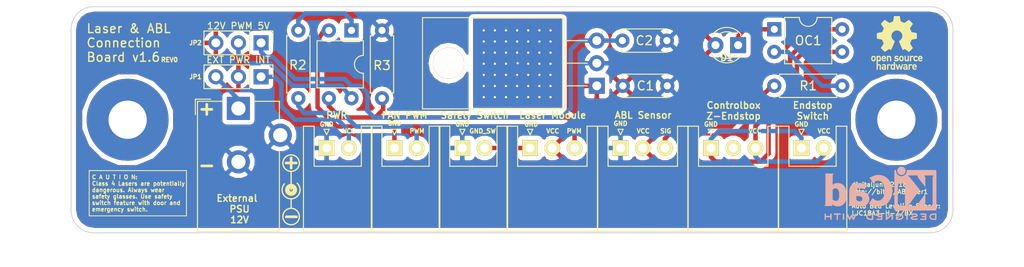
<source format=kicad_pcb>
(kicad_pcb (version 4) (host pcbnew 4.0.6)
  (title_block (title "ABL & Laser Connection Board") (date 2018-01-29) (rev 0) (company digitaljunk))
  (layers (0 F.Cu signal) (31 B.Cu signal) (34 B.Paste user) (35 F.Paste user) (36 B.SilkS user) (37 F.SilkS user) (38 B.Mask user) (39 F.Mask user) (44 Edge.Cuts user))
  (net 0 "")
  (net 1 "Net-(D1-Pad1)")
  (net 2 GND)
  (net 3 "Net-(OC1-Pad2)")
  (net 4 +12V)
  (net 5 +5V)
  (net 6 "Net-(JP2-Pad2)")
  (net 7 "Net-(OC2-Pad1)")
  (net 8 /PWM_OUT)
  (net 9 /ABL_SENS)
  (net 10 /GND_SW)
  (net 11 /INT_PWR)
  (net 12 /EXT_PWR)
  (net 13 /SIG)
  (net 14 /MCU_GND)
  (net 15 /FAN_PWMGND)
  (net 16 /FAN_PWM)
  (module Mounting_Holes:MountingHole_4.3mm_M4_DIN965_Pad (layer F.Cu) (at 200.66 110.49)
    (fp_text reference REF** hide)
    (fp_text value MountingHole_4.3mm_M4_DIN965_Pad)
    (pad 1 thru_hole circle (at 0 0) (size 9.2 9.2) (drill 4.3) (layers *.Cu *.Mask))
  )
  (module LEDs:LED_D3.0mm (layer F.Cu) (at 182.88 102.108 180)
    (fp_text reference D1 (at 1.27 -1.397 180) (layer F.SilkS) (effects (font (size 0.75 0.75))))
    (fp_text value LED)
    (pad 1 thru_hole rect (at 0 0 180) (size 1.8 1.8) (drill 0.9) (layers *.Cu *.Mask) (net 1 "Net-(D1-Pad1)"))
    (pad 2 thru_hole circle (at 2.54 0 180) (size 1.8 1.8) (drill 0.9) (layers *.Cu *.Mask) (net 4 +12V))
  )
  (module Housings_DIP:DIP-4_W7.62mm (layer F.Cu) (at 186.944 100.33)
    (fp_text reference OC1 (at 3.81 1.27) (layer F.SilkS))
    (fp_text value PC817)
    (pad 1 thru_hole rect (at 0 0) (size 1.6 1.6) (drill 0.8) (layers *.Cu *.Mask) (net 1 "Net-(D1-Pad1)"))
    (pad 3 thru_hole oval (at 7.62 2.54) (size 1.6 1.6) (drill 0.8) (layers *.Cu *.Mask) (net 14 /MCU_GND))
    (pad 2 thru_hole oval (at 0 2.54) (size 1.6 1.6) (drill 0.8) (layers *.Cu *.Mask) (net 3 "Net-(OC1-Pad2)"))
    (pad 4 thru_hole oval (at 7.62 0) (size 1.6 1.6) (drill 0.8) (layers *.Cu *.Mask) (net 13 /SIG))
  )
  (module Resistors_THT:R_Axial_DIN0207_L6.3mm_D2.5mm_P7.62mm_Horizontal (layer F.Cu) (at 194.564 106.68 180)
    (fp_text reference R1 (at 3.81 0 180) (layer F.SilkS))
    (fp_text value 680Ω)
    (pad 1 thru_hole circle (at 0 0 180) (size 1.6 1.6) (drill 0.8) (layers *.Cu *.Mask) (net 3 "Net-(OC1-Pad2)"))
    (pad 2 thru_hole oval (at 7.62 0 180) (size 1.6 1.6) (drill 0.8) (layers *.Cu *.Mask) (net 9 /ABL_SENS))
  )
  (module Capacitors_THT:C_Disc_D5.0mm_W2.5mm_P5.00mm (layer F.Cu) (at 174.879 101.6 180)
    (fp_text reference C2 (at 2.54 0 180) (layer F.SilkS))
    (fp_text value 0.1µF)
    (pad 1 thru_hole circle (at 0 0 180) (size 1.6 1.6) (drill 0.8) (layers *.Cu *.Mask) (net 2 GND))
    (pad 2 thru_hole circle (at 5 0 180) (size 1.6 1.6) (drill 0.8) (layers *.Cu *.Mask) (net 5 +5V))
  )
  (module Capacitors_THT:C_Disc_D5.0mm_W2.5mm_P5.00mm (layer F.Cu) (at 169.926 106.68)
    (fp_text reference C1 (at 2.54 0) (layer F.SilkS))
    (fp_text value 0.33µF)
    (pad 1 thru_hole circle (at 0 0) (size 1.6 1.6) (drill 0.8) (layers *.Cu *.Mask) (net 4 +12V))
    (pad 2 thru_hole circle (at 5 0) (size 1.6 1.6) (drill 0.8) (layers *.Cu *.Mask) (net 2 GND))
  )
  (module TO-220-3_Horizontal:TO-220-3_Horizontal_thermal (layer F.Cu) (at 167.005 106.68 90)
    (fp_text reference U1 hide)
    (fp_text value LM7805CT)
    (pad 0 thru_hole oval (at 2.54 -16.66 90) (size 3.5 3.5) (drill 3.5) (layers *.Cu *.Mask))
    (pad 1 thru_hole rect (at 0 0 90) (size 1.8 1.8) (drill 1) (layers *.Cu *.Mask) (net 4 +12V))
    (pad 2 thru_hole oval (at 2.54 0 90) (size 1.8 1.8) (drill 1) (layers *.Cu *.Mask) (net 2 GND))
    (pad 3 thru_hole oval (at 5.08 0 90) (size 1.8 1.8) (drill 1) (layers *.Cu *.Mask) (net 5 +5V))
    (pad "" np_thru_hole rect (at 2.54 -8.89 90) (size 10 10) (drill 0.25) (layers *.Cu F.Mask))
    (pad A thru_hole circle (at -1.27 -12.7 90) (size 1 1) (drill 0.25) (layers *.Cu B.Mask))
    (pad 21 thru_hole circle (at -0.02 -12.7 90) (size 1 1) (drill 0.25) (layers *.Cu B.Mask))
    (pad 31 thru_hole circle (at 1.23 -12.7 90) (size 1 1) (drill 0.25) (layers *.Cu B.Mask))
    (pad 41 thru_hole circle (at 2.48 -12.7 90) (size 1 1) (drill 0.25) (layers *.Cu B.Mask))
    (pad 51 thru_hole circle (at 3.73 -12.7 90) (size 1 1) (drill 0.25) (layers *.Cu B.Mask))
    (pad 61 thru_hole circle (at 4.98 -12.7 90) (size 1 1) (drill 0.25) (layers *.Cu B.Mask))
    (pad 71 thru_hole circle (at 6.23 -12.7 90) (size 1 1) (drill 0.25) (layers *.Cu B.Mask))
    (pad 12 thru_hole circle (at -1.27 -11.45 90) (size 1 1) (drill 0.25) (layers *.Cu B.Mask))
    (pad 22 thru_hole circle (at -0.02 -11.45 90) (size 1 1) (drill 0.25) (layers *.Cu B.Mask))
    (pad 32 thru_hole circle (at 1.23 -11.45 90) (size 1 1) (drill 0.25) (layers *.Cu B.Mask))
    (pad 42 thru_hole circle (at 2.48 -11.45 90) (size 1 1) (drill 0.25) (layers *.Cu B.Mask))
    (pad 52 thru_hole circle (at 3.73 -11.45 90) (size 1 1) (drill 0.25) (layers *.Cu B.Mask))
    (pad 62 thru_hole circle (at 4.98 -11.45 90) (size 1 1) (drill 0.25) (layers *.Cu B.Mask))
    (pad 72 thru_hole circle (at 6.23 -11.45 90) (size 1 1) (drill 0.25) (layers *.Cu B.Mask))
    (pad 13 thru_hole circle (at -1.27 -10.2 90) (size 1 1) (drill 0.25) (layers *.Cu B.Mask))
    (pad 23 thru_hole circle (at -0.02 -10.2 90) (size 1 1) (drill 0.25) (layers *.Cu B.Mask))
    (pad 33 thru_hole circle (at 1.23 -10.2 90) (size 1 1) (drill 0.25) (layers *.Cu B.Mask))
    (pad 43 thru_hole circle (at 2.48 -10.2 90) (size 1 1) (drill 0.25) (layers *.Cu B.Mask))
    (pad 53 thru_hole circle (at 3.73 -10.2 90) (size 1 1) (drill 0.25) (layers *.Cu B.Mask))
    (pad 63 thru_hole circle (at 4.98 -10.2 90) (size 1 1) (drill 0.25) (layers *.Cu B.Mask))
    (pad 73 thru_hole circle (at 6.23 -10.2 90) (size 1 1) (drill 0.25) (layers *.Cu B.Mask))
    (pad 14 thru_hole circle (at -1.27 -8.95 90) (size 1 1) (drill 0.25) (layers *.Cu B.Mask))
    (pad 24 thru_hole circle (at -0.02 -8.95 90) (size 1 1) (drill 0.25) (layers *.Cu B.Mask))
    (pad 34 thru_hole circle (at 1.23 -8.95 90) (size 1 1) (drill 0.25) (layers *.Cu B.Mask))
    (pad 54 thru_hole circle (at 3.73 -8.95 90) (size 1 1) (drill 0.25) (layers *.Cu B.Mask))
    (pad 64 thru_hole circle (at 4.98 -8.95 90) (size 1 1) (drill 0.25) (layers *.Cu B.Mask))
    (pad 74 thru_hole circle (at 6.23 -8.95 90) (size 1 1) (drill 0.25) (layers *.Cu B.Mask))
    (pad 15 thru_hole circle (at -1.27 -7.7 90) (size 1 1) (drill 0.25) (layers *.Cu B.Mask))
    (pad 25 thru_hole circle (at -0.02 -7.7 90) (size 1 1) (drill 0.25) (layers *.Cu B.Mask))
    (pad 35 thru_hole circle (at 1.23 -7.7 90) (size 1 1) (drill 0.25) (layers *.Cu B.Mask))
    (pad 45 thru_hole circle (at 2.48 -7.7 90) (size 1 1) (drill 0.25) (layers *.Cu B.Mask))
    (pad 55 thru_hole circle (at 3.73 -7.7 90) (size 1 1) (drill 0.25) (layers *.Cu B.Mask))
    (pad 65 thru_hole circle (at 4.98 -7.7 90) (size 1 1) (drill 0.25) (layers *.Cu B.Mask))
    (pad 75 thru_hole circle (at 6.23 -7.7 90) (size 1 1) (drill 0.25) (layers *.Cu B.Mask))
    (pad 16 thru_hole circle (at -1.27 -6.45 90) (size 1 1) (drill 0.25) (layers *.Cu B.Mask))
    (pad 26 thru_hole circle (at -0.02 -6.45 90) (size 1 1) (drill 0.25) (layers *.Cu B.Mask))
    (pad 36 thru_hole circle (at 1.23 -6.45 90) (size 1 1) (drill 0.25) (layers *.Cu B.Mask))
    (pad 46 thru_hole circle (at 2.48 -6.45 90) (size 1 1) (drill 0.25) (layers *.Cu B.Mask))
    (pad 56 thru_hole circle (at 3.73 -6.45 90) (size 1 1) (drill 0.25) (layers *.Cu B.Mask))
    (pad 66 thru_hole circle (at 4.98 -6.45 90) (size 1 1) (drill 0.25) (layers *.Cu B.Mask))
    (pad 76 thru_hole circle (at 6.23 -6.45 90) (size 1 1) (drill 0.25) (layers *.Cu B.Mask))
    (pad 17 thru_hole circle (at -1.27 -5.2 90) (size 1 1) (drill 0.25) (layers *.Cu B.Mask))
    (pad 27 thru_hole circle (at -0.02 -5.2 90) (size 1 1) (drill 0.25) (layers *.Cu B.Mask))
    (pad 37 thru_hole circle (at 1.23 -5.2 90) (size 1 1) (drill 0.25) (layers *.Cu B.Mask))
    (pad 47 thru_hole circle (at 2.48 -5.2 90) (size 1 1) (drill 0.25) (layers *.Cu B.Mask))
    (pad 57 thru_hole circle (at 3.73 -5.2 90) (size 1 1) (drill 0.25) (layers *.Cu B.Mask))
    (pad 67 thru_hole circle (at 4.98 -5.2 90) (size 1 1) (drill 0.25) (layers *.Cu B.Mask))
    (pad 77 thru_hole circle (at 6.23 -5.2 90) (size 1 1) (drill 0.25) (layers *.Cu B.Mask))
  )
  (module Pin_Headers:Pin_Header_Straight_1x03_Pitch2.54mm (layer F.Cu) (at 129.286 105.664 270)
    (fp_text reference JP1 (at 0 7.366 360) (layer F.SilkS) (effects (font (size 0.5 0.5) (thickness 0.125))))
    (fp_text value SELECT_PWR)
    (pad 1 thru_hole rect (at 0 0 270) (size 1.7 1.7) (drill 1) (layers *.Cu *.Mask) (net 11 /INT_PWR))
    (pad 2 thru_hole oval (at 0 2.54 270) (size 1.7 1.7) (drill 1) (layers *.Cu *.Mask) (net 4 +12V))
    (pad 3 thru_hole oval (at 0 5.08 270) (size 1.7 1.7) (drill 1) (layers *.Cu *.Mask) (net 12 /EXT_PWR))
  )
  (module Pin_Headers:Pin_Header_Straight_1x03_Pitch2.54mm (layer F.Cu) (at 129.286 101.854 270)
    (fp_text reference JP2 (at 0 7.366 360) (layer F.SilkS) (effects (font (size 0.5 0.5) (thickness 0.125))))
    (fp_text value SELECT_PWM)
    (pad 1 thru_hole rect (at 0 0 270) (size 1.7 1.7) (drill 1) (layers *.Cu *.Mask) (net 5 +5V))
    (pad 2 thru_hole oval (at 0 2.54 270) (size 1.7 1.7) (drill 1) (layers *.Cu *.Mask) (net 6 "Net-(JP2-Pad2)"))
    (pad 3 thru_hole oval (at 0 5.08 270) (size 1.7 1.7) (drill 1) (layers *.Cu *.Mask) (net 4 +12V))
  )
  (module Housings_DIP:DIP-4_W7.62mm (layer F.Cu) (at 139.446 100.457 270)
    (fp_text reference OC2 hide)
    (fp_text value PC817)
    (pad 1 thru_hole rect (at 0 0 270) (size 1.6 1.6) (drill 0.8) (layers *.Cu *.Mask) (net 7 "Net-(OC2-Pad1)"))
    (pad 3 thru_hole oval (at 7.62 2.54 270) (size 1.6 1.6) (drill 0.8) (layers *.Cu *.Mask) (net 8 /PWM_OUT))
    (pad 2 thru_hole oval (at 0 2.54 270) (size 1.6 1.6) (drill 0.8) (layers *.Cu *.Mask) (net 15 /FAN_PWMGND))
    (pad 4 thru_hole oval (at 7.62 0 270) (size 1.6 1.6) (drill 0.8) (layers *.Cu *.Mask) (net 6 "Net-(JP2-Pad2)"))
  )
  (module Resistors_THT:R_Axial_DIN0207_L6.3mm_D2.5mm_P7.62mm_Horizontal (layer F.Cu) (at 133.477 108.077 90)
    (fp_text reference R2 (at 3.7338 -0.0635 180) (layer F.SilkS))
    (fp_text value 680Ω)
    (pad 1 thru_hole circle (at 0 0 90) (size 1.6 1.6) (drill 0.8) (layers *.Cu *.Mask) (net 16 /FAN_PWM))
    (pad 2 thru_hole oval (at 7.62 0 90) (size 1.6 1.6) (drill 0.8) (layers *.Cu *.Mask) (net 7 "Net-(OC2-Pad1)"))
  )
  (module Resistors_THT:R_Axial_DIN0207_L6.3mm_D2.5mm_P7.62mm_Horizontal (layer F.Cu) (at 142.875 100.457 270)
    (fp_text reference R3 (at 3.937 0 360) (layer F.SilkS))
    (fp_text value 10kΩ)
    (pad 1 thru_hole circle (at 0 0 270) (size 1.6 1.6) (drill 0.8) (layers *.Cu *.Mask) (net 2 GND))
    (pad 2 thru_hole oval (at 7.62 0 270) (size 1.6 1.6) (drill 0.8) (layers *.Cu *.Mask) (net 8 /PWM_OUT))
  )
  (module Connectors:Barrel_Jack_CUI_PJ-102AH (layer F.Cu) (at 126.746 109.22)
    (fp_text reference X1 hide)
    (fp_text value EXT_PWR)
    (pad 1 thru_hole rect (at 0 0) (size 2.6 2.6) (drill 1.6) (layers *.Cu *.Mask) (net 12 /EXT_PWR))
    (pad 2 thru_hole circle (at 0 6) (size 2.6 2.6) (drill 1.6) (layers *.Cu *.Mask) (net 2 GND))
    (pad 3 thru_hole circle (at 4.7 3) (size 2.6 2.6) (drill 1.6) (layers *.Cu *.Mask) (net 2 GND))
  )
  (module Connectors_JST:JST_XH_S02B-XH-A_02x2.50mm_Angled (layer F.Cu) (at 136.652 113.665)
    (fp_text reference X2 hide)
    (fp_text value PWR)
    (pad 1 thru_hole rect (at 0 0) (size 1.75 1.75) (drill 1) (layers *.Cu *.Mask F.SilkS) (net 2 GND))
    (pad 2 thru_hole circle (at 2.5 0) (size 1.75 1.75) (drill 1) (layers *.Cu *.Mask F.SilkS) (net 11 /INT_PWR))
  )
  (module Connectors_JST:JST_XH_S02B-XH-A_02x2.50mm_Angled (layer F.Cu) (at 144.272 113.665)
    (fp_text reference X3 hide)
    (fp_text value FAN_PWM)
    (pad 1 thru_hole rect (at 0 0) (size 1.75 1.75) (drill 1) (layers *.Cu *.Mask F.SilkS) (net 15 /FAN_PWMGND))
    (pad 2 thru_hole circle (at 2.5 0) (size 1.75 1.75) (drill 1) (layers *.Cu *.Mask F.SilkS) (net 16 /FAN_PWM))
  )
  (module Connectors_JST:JST_XH_S02B-XH-A_02x2.50mm_Angled (layer F.Cu) (at 151.892 113.665)
    (fp_text reference X4 hide)
    (fp_text value SAFETY_SWITCH)
    (pad 1 thru_hole rect (at 0 0) (size 1.75 1.75) (drill 1) (layers *.Cu *.Mask F.SilkS) (net 2 GND))
    (pad 2 thru_hole circle (at 2.5 0) (size 1.75 1.75) (drill 1) (layers *.Cu *.Mask F.SilkS) (net 10 /GND_SW))
  )
  (module Connectors_JST:JST_XH_S03B-XH-A_03x2.50mm_Angled (layer F.Cu) (at 159.512 113.665)
    (fp_text reference X5 hide)
    (fp_text value LASER)
    (pad 1 thru_hole rect (at 0 0) (size 1.75 1.75) (drill 1) (layers *.Cu *.Mask F.SilkS) (net 10 /GND_SW))
    (pad 2 thru_hole circle (at 2.5 0) (size 1.75 1.75) (drill 1) (layers *.Cu *.Mask F.SilkS) (net 4 +12V))
    (pad 3 thru_hole circle (at 5 0) (size 1.75 1.75) (drill 1) (layers *.Cu *.Mask F.SilkS) (net 8 /PWM_OUT))
  )
  (module Connectors_JST:JST_XH_S03B-XH-A_03x2.50mm_Angled (layer F.Cu) (at 169.672 113.665)
    (fp_text reference X6 hide)
    (fp_text value ABL_SENSOR)
    (pad 1 thru_hole rect (at 0 0) (size 1.75 1.75) (drill 1) (layers *.Cu *.Mask F.SilkS) (net 2 GND))
    (pad 2 thru_hole circle (at 2.5 0) (size 1.75 1.75) (drill 1) (layers *.Cu *.Mask F.SilkS) (net 4 +12V))
    (pad 3 thru_hole circle (at 5 0) (size 1.75 1.75) (drill 1) (layers *.Cu *.Mask F.SilkS) (net 9 /ABL_SENS))
  )
  (module Connectors_JST:JST_XH_S03B-XH-A_03x2.50mm_Angled (layer F.Cu) (at 179.832 113.665)
    (fp_text reference X7 hide)
    (fp_text value Z_ENDSTOP)
    (pad 1 thru_hole rect (at 0 0) (size 1.75 1.75) (drill 1) (layers *.Cu *.Mask F.SilkS) (net 14 /MCU_GND))
    (pad 2 thru_hole circle (at 2.5 0) (size 1.75 1.75) (drill 1) (layers *.Cu *.Mask F.SilkS))
    (pad 3 thru_hole circle (at 5 0) (size 1.75 1.75) (drill 1) (layers *.Cu *.Mask F.SilkS) (net 13 /SIG))
  )
  (module Connectors_JST:JST_XH_S02B-XH-A_02x2.50mm_Angled (layer F.Cu) (at 189.992 113.665)
    (fp_text reference X8 hide)
    (fp_text value ENDSTOP_SW)
    (pad 1 thru_hole rect (at 0 0) (size 1.75 1.75) (drill 1) (layers *.Cu *.Mask F.SilkS) (net 14 /MCU_GND))
    (pad 2 thru_hole circle (at 2.5 0) (size 1.75 1.75) (drill 1) (layers *.Cu *.Mask F.SilkS) (net 13 /SIG))
  )
  (module Mounting_Holes:MountingHole_4.3mm_M4_DIN965_Pad (layer F.Cu) (at 114.3 110.49)
    (fp_text reference REF** hide)
    (fp_text value MountingHole_4.3mm_M4_DIN965_Pad)
    (pad 1 thru_hole circle (at 0 0) (size 9.2 9.2) (drill 4.3) (layers *.Cu *.Mask))
  )
  (module Symbols:KiCad-Logo2_6mm_SilkScreen (layer B.Cu) (at 198.882 118.745 180)
    (fp_text reference REF*** hide)
    (fp_text value KiCad-Logo2_6mm_SilkScreen hide)
  )
  (module Symbols:Symbol_Barrel_Polarity (layer F.Cu) (at 132.588 118.364 90)
    (fp_text reference REF** hide)
    (fp_text value Symbol_Barrel_Polarity)
  )
  (module Symbols:OSHW-Logo_5.7x6mm_SilkScreen (layer F.Cu) (at 200.7108 101.854)
    (fp_text reference REF*** hide)
    (fp_text value OSHW-Logo_5.7x6mm_SilkScreen hide)
  )
  (gr_text GND (at 151.892 110.998) (layer F.SilkS) (effects (font (size 0.5 0.5) (thickness 0.125))))
  (gr_text GND_SW (at 154.178 111.76) (layer F.SilkS) (effects (font (size 0.5 0.5) (thickness 0.125))))
  (gr_text PWR (at 137.795 109.982) (layer F.SilkS) (effects (font (size 0.75 0.75))))
  (gr_text "FAN PWM" (at 145.415 109.982) (layer F.SilkS) (effects (font (size 0.75 0.75))))
  (gr_text "Safety Switch" (at 153.289 109.982) (layer F.SilkS) (effects (font (size 0.75 0.75))))
  (gr_text "Laser Module" (at 162.052 109.982) (layer F.SilkS) (effects (font (size 0.75 0.75))))
  (gr_text "Endstop\nSwitch" (at 191.262 109.474) (layer F.SilkS) (effects (font (size 0.75 0.75))))
  (gr_text "Controlbox\nZ-Endstop" (at 182.372 109.474) (layer F.SilkS) (effects (font (size 0.75 0.75))))
  (gr_text "ABL Sensor" (at 172.212 109.982) (layer F.SilkS) (effects (font (size 0.75 0.75))))
  (gr_text - (at 132.6896 121.285) (layer F.SilkS) (effects (font (size 1.5 1.5) (thickness 0.3))))
  (gr_text + (at 132.6642 115.2398) (layer F.SilkS) (effects (font (size 1.5 1.5) (thickness 0.3))))
  (gr_line (start 107.95 100.33) (end 107.95 120.65) (angle 90) (layer Edge.Cuts) (width 0.1))
  (gr_text "EXT PWR INT" (at 126.746 103.759) (layer F.SilkS) (effects (font (size 0.75 0.75) (thickness 0.125))))
  (gr_line (start 109.982 116.205) (end 110.109 116.205) (angle 90) (layer F.SilkS) (width 0.1))
  (gr_line (start 109.982 121.285) (end 109.982 116.205) (angle 90) (layer F.SilkS) (width 0.1))
  (gr_line (start 120.904 116.205) (end 120.904 121.285) (angle 90) (layer F.SilkS) (width 0.1))
  (gr_line (start 109.982 121.285) (end 120.904 121.285) (angle 90) (layer F.SilkS) (width 0.1))
  (gr_line (start 109.982 116.205) (end 120.904 116.205) (angle 90) (layer F.SilkS) (width 0.1))
  (gr_text "12V PWM 5V" (at 126.746 99.949) (layer F.SilkS) (effects (font (size 0.75 0.75) (thickness 0.125))))
  (gr_text GND (at 159.639 110.998) (layer F.SilkS) (effects (font (size 0.5 0.5) (thickness 0.125))))
  (gr_arc (start 204.47 100.33) (end 204.47 97.79) (angle 90) (layer Edge.Cuts) (width 0.1))
  (gr_arc (start 204.47 120.65) (end 207.01 120.65) (angle 90) (layer Edge.Cuts) (width 0.1))
  (gr_arc (start 110.49 120.65) (end 110.49 123.19) (angle 90) (layer Edge.Cuts) (width 0.1))
  (gr_arc (start 110.49 100.33) (end 107.95 100.33) (angle 90) (layer Edge.Cuts) (width 0.1))
  (gr_line (start 204.47 123.19) (end 110.49 123.19) (angle 90) (layer Edge.Cuts) (width 0.1))
  (gr_line (start 207.01 100.33) (end 207.01 120.65) (angle 90) (layer Edge.Cuts) (width 0.1))
  (gr_line (start 110.49 97.79) (end 204.47 97.79) (angle 90) (layer Edge.Cuts) (width 0.1))
  (gr_text REV0 (at 118.999 103.759) (layer F.SilkS) (effects (font (size 0.5 0.5) (thickness 0.125))))
  (gr_text - (at 123.19 115.57) (layer F.SilkS) (effects (font (size 1.5 1.5) (thickness 0.3))))
  (gr_text + (at 123.19 109.22) (layer F.SilkS) (effects (font (size 1.5 1.5) (thickness 0.3))))
  (gr_text "External \nPSU\n12V" (at 126.873 120.523) (layer F.SilkS) (effects (font (size 0.75 0.75))))
  (gr_text VCC (at 162.052 111.76) (layer F.SilkS) (effects (font (size 0.5 0.5) (thickness 0.125))))
  (gr_text "C A U T I O N:\nClass 4 Lasers are potentially \ndangerous. Always wear \nsafety glasses. Use safety \nswitch feature with door and \nemergency switch." (at 110.236 118.745) (layer F.SilkS) (effects (font (size 0.45 0.45) (thickness 0.1)) (justify left)))
  (gr_text "digitaljunk 2018\nhttp://bit.ly/ABLaser1\n\nAuto Bed Leveling Sensor:\nLJC18A3-H-Z/BX" (at 195.58 119.38) (layer F.SilkS) (effects (font (size 0.5 0.5) (thickness 0.1)) (justify left)))
  (gr_text GND (at 136.652 110.998) (layer F.SilkS) (effects (font (size 0.5 0.5) (thickness 0.125))))
  (gr_text VCC (at 139.192 111.76) (layer F.SilkS) (effects (font (size 0.5 0.5) (thickness 0.125))))
  (gr_text GND (at 179.832 110.998) (layer F.SilkS) (effects (font (size 0.5 0.5) (thickness 0.125))))
  (gr_text VCC (at 184.785 111.76) (layer F.SilkS) (effects (font (size 0.5 0.5) (thickness 0.125))))
  (gr_text VCC (at 192.532 111.76) (layer F.SilkS) (effects (font (size 0.5 0.5) (thickness 0.125))))
  (gr_text GND (at 189.992 110.998) (layer F.SilkS) (effects (font (size 0.5 0.5) (thickness 0.125))))
  (gr_text "Laser & ABL \nConnection \nBoard v1.6" (at 109.601 101.854) (layer F.SilkS) (effects (font (size 1 1)) (justify left)))
  (gr_text "\n\nGND" (at 169.672 110.109) (layer F.SilkS) (effects (font (size 0.5 0.5) (thickness 0.125))))
  (gr_text SIG (at 174.752 111.76) (layer F.SilkS) (effects (font (size 0.5 0.5) (thickness 0.125))))
  (gr_text VCC (at 172.212 111.76) (layer F.SilkS) (effects (font (size 0.5 0.5) (thickness 0.125))))
  (gr_text "\nGND" (at 144.272 110.49) (layer F.SilkS) (effects (font (size 0.5 0.5) (thickness 0.125))))
  (gr_text PWM (at 146.812 111.76) (layer F.SilkS) (effects (font (size 0.5 0.5) (thickness 0.125))))
  (gr_text "PWM\n" (at 164.465 111.76) (layer F.SilkS) (effects (font (size 0.5 0.5) (thickness 0.125))))
  (segment (start 182.88 102.108) (end 182.88 101.092) (width 0.5) (layer F.Cu) (net 1))
  (segment (start 183.642 100.33) (end 186.944 100.33) (width 0.5) (layer F.Cu) (net 1))
  (segment (start 182.88 101.092) (end 183.642 100.33) (width 0.5) (layer F.Cu) (net 1))
  (segment (start 186.944 102.87) (end 188.468 102.87) (width 0.5) (layer B.Cu) (net 3))
  (segment (start 192.278 106.68) (end 194.564 106.68) (width 0.5) (layer B.Cu) (net 3))
  (segment (start 188.468 102.87) (end 192.278 106.68) (width 0.5) (layer B.Cu) (net 3))
  (segment (start 160.782 110.236) (end 163.068 110.236) (width 0.5) (layer B.Cu) (net 5))
  (segment (start 141.986 110.236) (end 160.782 110.236) (width 0.5) (layer B.Cu) (net 5))
  (segment (start 141.224 109.474) (end 141.986 110.236) (width 0.5) (layer B.Cu) (net 5))
  (segment (start 141.224 107.442) (end 141.224 109.474) (width 0.5) (layer B.Cu) (net 5))
  (segment (start 140.462 106.68) (end 141.224 107.442) (width 0.5) (layer B.Cu) (net 5))
  (segment (start 139.446 106.68) (end 140.462 106.68) (width 0.5) (layer B.Cu) (net 5))
  (segment (start 138.684 105.918) (end 139.446 106.68) (width 0.5) (layer B.Cu) (net 5))
  (segment (start 133.096 105.918) (end 138.684 105.918) (width 0.5) (layer B.Cu) (net 5))
  (segment (start 130.617998 103.439998) (end 133.096 105.918) (width 0.5) (layer B.Cu) (net 5))
  (segment (start 129.855998 103.439998) (end 130.617998 103.439998) (width 0.5) (layer B.Cu) (net 5))
  (segment (start 129.286 102.87) (end 129.855998 103.439998) (width 0.5) (layer B.Cu) (net 5))
  (segment (start 129.286 101.854) (end 129.286 102.87) (width 0.5) (layer B.Cu) (net 5))
  (segment (start 165.1 101.6) (end 167.005 101.6) (width 0.5) (layer B.Cu) (net 5))
  (segment (start 164.084 102.616) (end 165.1 101.6) (width 0.5) (layer B.Cu) (net 5))
  (segment (start 164.084 109.22) (end 164.084 102.616) (width 0.5) (layer B.Cu) (net 5))
  (segment (start 163.068 110.236) (end 164.084 109.22) (width 0.5) (layer B.Cu) (net 5))
  (segment (start 169.879 101.6) (end 167.005 101.6) (width 0.5) (layer B.Cu) (net 5))
  (segment (start 126.746 101.854) (end 126.746 103.124) (width 0.5) (layer B.Cu) (net 6))
  (segment (start 138.3411 106.68) (end 139.446 108.077) (width 0.5) (layer B.Cu) (net 6))
  (segment (start 132.842 106.68) (end 138.3411 106.68) (width 0.5) (layer B.Cu) (net 6))
  (segment (start 130.302 104.14) (end 132.842 106.68) (width 0.5) (layer B.Cu) (net 6))
  (segment (start 127.762 104.14) (end 130.302 104.14) (width 0.5) (layer B.Cu) (net 6))
  (segment (start 126.746 103.124) (end 127.762 104.14) (width 0.5) (layer B.Cu) (net 6))
  (segment (start 133.477 100.457) (end 133.477 99.314) (width 0.5) (layer B.Cu) (net 7))
  (segment (start 139.446 99.314) (end 139.446 100.457) (width 0.5) (layer B.Cu) (net 7))
  (segment (start 138.684 98.552) (end 139.446 99.314) (width 0.5) (layer B.Cu) (net 7))
  (segment (start 134.239 98.552) (end 138.684 98.552) (width 0.5) (layer B.Cu) (net 7))
  (segment (start 133.477 99.314) (end 134.239 98.552) (width 0.5) (layer B.Cu) (net 7))
  (segment (start 163.068 110.236) (end 163.703 110.236) (width 0.5) (layer F.Cu) (net 8))
  (segment (start 144.018 110.236) (end 163.068 110.236) (width 0.5) (layer F.Cu) (net 8))
  (segment (start 164.512 111.045) (end 164.512 113.665) (width 0.5) (layer F.Cu) (net 8))
  (segment (start 163.703 110.236) (end 164.512 111.045) (width 0.5) (layer F.Cu) (net 8))
  (segment (start 143.002 108.077) (end 143.002 109.347) (width 0.5) (layer F.Cu) (net 8))
  (segment (start 144.018 110.363) (end 144.018 110.236) (width 0.5) (layer F.Cu) (net 8))
  (segment (start 143.891 110.236) (end 144.018 110.363) (width 0.5) (layer F.Cu) (net 8))
  (segment (start 142.113 110.236) (end 143.891 110.236) (width 0.5) (layer F.Cu) (net 8))
  (segment (start 143.002 109.347) (end 142.113 110.236) (width 0.5) (layer F.Cu) (net 8))
  (segment (start 136.906 108.077) (end 136.906 108.966) (width 0.5) (layer F.Cu) (net 8))
  (segment (start 138.1506 110.236) (end 144.018 110.236) (width 0.5) (layer F.Cu) (net 8))
  (segment (start 136.906 108.966) (end 138.1506 110.236) (width 0.5) (layer F.Cu) (net 8))
  (segment (start 174.672 113.538) (end 174.672 112.602) (width 0.5) (layer F.Cu) (net 9))
  (segment (start 182.118 111.252) (end 186.69 106.68) (width 0.5) (layer F.Cu) (net 9))
  (segment (start 176.022 111.252) (end 182.118 111.252) (width 0.5) (layer F.Cu) (net 9))
  (segment (start 174.672 112.602) (end 176.022 111.252) (width 0.5) (layer F.Cu) (net 9))
  (segment (start 186.69 106.68) (end 186.944 106.68) (width 0.5) (layer F.Cu) (net 9))
  (segment (start 154.392 113.665) (end 159.512 113.665) (width 0.5) (layer F.Cu) (net 10))
  (segment (start 129.286 105.664) (end 130.81 105.664) (width 0.5) (layer B.Cu) (net 11))
  (segment (start 139.152 111.72) (end 139.152 113.538) (width 0.5) (layer B.Cu) (net 11))
  (segment (start 137.922 110.49) (end 139.152 111.72) (width 0.5) (layer B.Cu) (net 11))
  (segment (start 133.096 110.49) (end 137.922 110.49) (width 0.5) (layer B.Cu) (net 11))
  (segment (start 131.572 108.966) (end 133.096 110.49) (width 0.5) (layer B.Cu) (net 11))
  (segment (start 131.572 106.426) (end 131.572 108.966) (width 0.5) (layer B.Cu) (net 11))
  (segment (start 130.81 105.664) (end 131.572 106.426) (width 0.5) (layer B.Cu) (net 11))
  (segment (start 126.746 109.22) (end 126.746 108.204) (width 0.5) (layer B.Cu) (net 12))
  (segment (start 126.746 108.204) (end 124.206 105.664) (width 0.5) (layer B.Cu) (net 12))
  (segment (start 194.564 100.33) (end 193.167 100.33) (width 0.5) (layer F.Cu) (net 13))
  (segment (start 184.832 111.205) (end 184.832 113.665) (width 0.5) (layer F.Cu) (net 13))
  (segment (start 188.722 107.315) (end 184.832 111.205) (width 0.5) (layer F.Cu) (net 13))
  (segment (start 188.722 103.378) (end 188.722 107.315) (width 0.5) (layer F.Cu) (net 13))
  (segment (start 189.992 102.108) (end 188.722 103.378) (width 0.5) (layer F.Cu) (net 13))
  (segment (start 191.389 102.108) (end 189.992 102.108) (width 0.5) (layer F.Cu) (net 13))
  (segment (start 193.167 100.33) (end 191.389 102.108) (width 0.5) (layer F.Cu) (net 13))
  (segment (start 184.832 113.665) (end 184.832 114.634) (width 0.5) (layer B.Cu) (net 13))
  (segment (start 191.77 115.189) (end 192.492 114.467) (width 0.5) (layer B.Cu) (net 13))
  (segment (start 185.387 115.189) (end 191.77 115.189) (width 0.5) (layer B.Cu) (net 13))
  (segment (start 184.832 114.634) (end 185.387 115.189) (width 0.5) (layer B.Cu) (net 13))
  (segment (start 192.492 114.467) (end 192.492 113.665) (width 0.5) (layer B.Cu) (net 13))
  (segment (start 179.832 113.665) (end 179.832 114.681) (width 0.5) (layer F.Cu) (net 14))
  (segment (start 190.246 102.87) (end 194.564 102.87) (width 0.5) (layer F.Cu) (net 14))
  (segment (start 189.484 103.632) (end 190.246 102.87) (width 0.5) (layer F.Cu) (net 14))
  (segment (start 189.484 107.569) (end 189.484 103.632) (width 0.5) (layer F.Cu) (net 14))
  (segment (start 186.309 110.744) (end 189.484 107.569) (width 0.5) (layer F.Cu) (net 14))
  (segment (start 186.309 114.3) (end 186.309 110.744) (width 0.5) (layer F.Cu) (net 14))
  (segment (start 185.42 115.189) (end 186.309 114.3) (width 0.5) (layer F.Cu) (net 14))
  (segment (start 180.34 115.189) (end 185.42 115.189) (width 0.5) (layer F.Cu) (net 14))
  (segment (start 179.832 114.681) (end 180.34 115.189) (width 0.5) (layer F.Cu) (net 14))
  (segment (start 179.832 113.665) (end 179.832 112.649) (width 0.5) (layer B.Cu) (net 14))
  (segment (start 189.992 112.522) (end 189.992 113.665) (width 0.5) (layer B.Cu) (net 14))
  (segment (start 189.23 111.76) (end 189.992 112.522) (width 0.5) (layer B.Cu) (net 14))
  (segment (start 180.721 111.76) (end 189.23 111.76) (width 0.5) (layer B.Cu) (net 14))
  (segment (start 179.832 112.649) (end 180.721 111.76) (width 0.5) (layer B.Cu) (net 14))
  (segment (start 144.272 113.538) (end 144.272 111.252) (width 0.5) (layer F.Cu) (net 15))
  (segment (start 135.636 101.6) (end 136.3345 100.457) (width 0.5) (layer F.Cu) (net 15))
  (segment (start 135.636 109.093) (end 135.636 101.6) (width 0.5) (layer F.Cu) (net 15))
  (segment (start 137.795 111.252) (end 135.636 109.093) (width 0.5) (layer F.Cu) (net 15))
  (segment (start 144.272 111.252) (end 137.795 111.252) (width 0.5) (layer F.Cu) (net 15))
  (segment (start 136.3345 100.457) (end 136.906 100.457) (width 0.5) (layer F.Cu) (net 15))
  (segment (start 133.477 108.077) (end 133.477 108.966) (width 0.5) (layer B.Cu) (net 16))
  (segment (start 146.772 111.974) (end 146.772 113.538) (width 0.5) (layer B.Cu) (net 16))
  (segment (start 146.05 111.252) (end 146.772 111.974) (width 0.5) (layer B.Cu) (net 16))
  (segment (start 139.954 111.252) (end 146.05 111.252) (width 0.5) (layer B.Cu) (net 16))
  (segment (start 138.43 109.728) (end 139.954 111.252) (width 0.5) (layer B.Cu) (net 16))
  (segment (start 134.112 109.728) (end 138.43 109.728) (width 0.5) (layer B.Cu) (net 16))
  (segment (start 133.477 108.966) (end 134.112 109.728) (width 0.5) (layer B.Cu) (net 16))
  (zone (net 4) (net_name +12V) (layer F.Cu) (connect_pads (clearance 0.508)) (min_thickness 0.254) (fill yes (arc_segments 16) (thermal_gap 0.508) (thermal_bridge_width 0.508))
    (polygon (pts (xy 205.994 122.174) (xy 204.216 123.19) (xy 110.744 123.19) (xy 108.458 123.19) (xy 108.458 97.79) (xy 110.744 97.79) (xy 204.216 97.79) (xy 206.248 99.06) (xy 206.756 100.584) (xy 206.756 120.396)))
  )
  (zone (net 2) (net_name GND) (layer B.Cu) (connect_pads (clearance 0.508)) (min_thickness 0.254) (fill yes (arc_segments 16) (thermal_gap 0.508) (thermal_bridge_width 0.508))
    (polygon (pts (xy 207.01 123.19) (xy 108.458 123.19) (xy 108.458 97.79) (xy 207.01 97.79)))
  )
)
</source>
